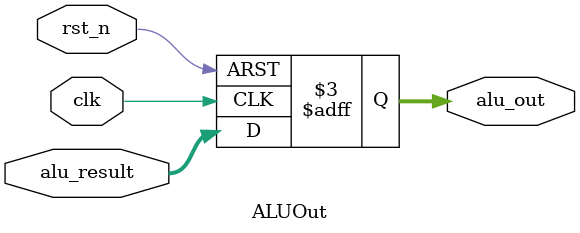
<source format=v>
module ALUOut(
	input clk,rst_n,
	input [31:0]alu_result,
	output reg [31:0]alu_out
   );

	always@(posedge clk, negedge rst_n)
	begin
		if(~rst_n) alu_out <= 32'bx;
		else alu_out <= alu_result;
	end

endmodule
</source>
